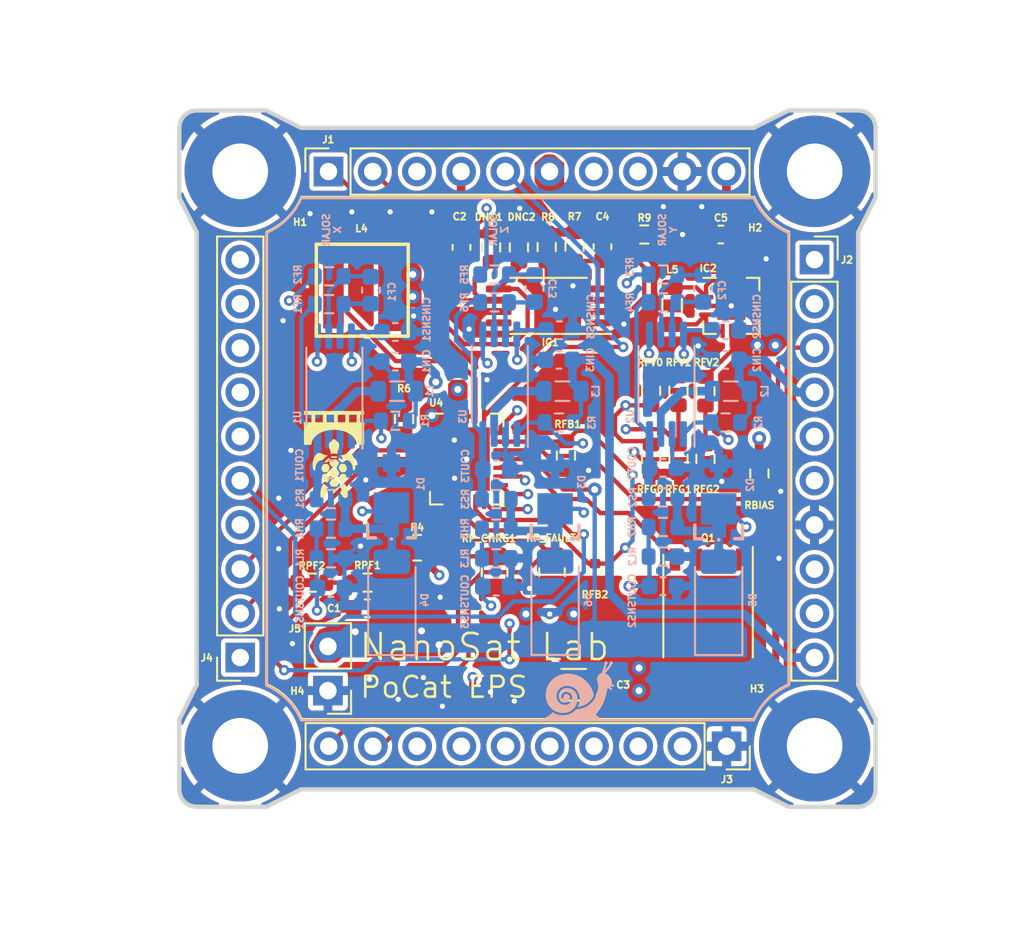
<source format=kicad_pcb>
(kicad_pcb (version 20221018) (generator pcbnew)
  (title_block (title "PQ_EPS") (date "2023-01-26") (rev "1.3") (company "UPC NanoSat Lab"))
  (layers (0 "F.Cu" signal) (1 "In1.Cu" signal) (2 "In2.Cu" signal) (31 "B.Cu" signal) (34 "B.Paste" user) (35 "F.Paste" user) (36 "B.SilkS" user "B.Silkscreen") (37 "F.SilkS" user "F.Silkscreen") (38 "B.Mask" user) (39 "F.Mask" user) (44 "Edge.Cuts" user))
  (net 0 "")
  (net 1 "KILLSWITCH+")
  (net 2 "GND")
  (net 3 "BATT-")
  (net 4 "SOLAR_X")
  (net 5 "SOLAR_Y")
  (net 6 "Net-(IC1-VDD)")
  (net 7 "Net-(U1-ICTRL-MINUS)")
  (net 8 "Net-(U1-ICTRL-PLUS)")
  (net 9 "Net-(U2-ICTRL-MINUS)")
  (net 10 "Net-(U2-ICTRL-PLUS)")
  (net 11 "Net-(U3-ICTRL-MINUS)")
  (net 12 "SOLAR_Z")
  (net 13 "3V3_PERM")
  (net 14 "UART_TX")
  (net 15 "Net-(U3-ICTRL-PLUS)")
  (net 16 "Net-(U1-MPP-SET)")
  (net 17 "Net-(U2-MPP-SET)")
  (net 18 "Net-(U3-MPP-SET)")
  (net 19 "Net-(U1-VOUT)")
  (net 20 "Net-(U2-VOUT)")
  (net 21 "Net-(U3-VOUT)")
  (net 22 "Net-(U1-VCTRL)")
  (net 23 "Net-(U2-VCTRL)")
  (net 24 "Net-(U3-VCTRL)")
  (net 26 "STM32_PA9")
  (net 27 "Net-(IC1-VIN)")
  (net 28 "PFO")
  (net 29 "UART_RX")
  (net 30 "SCL1")
  (net 31 "SDA1")
  (net 32 "BURNCOMMS")
  (net 33 "HEATER_PWR")
  (net 34 "SEL_PH1")
  (net 35 "SEL_PH2")
  (net 36 "BATT_NTC")
  (net 37 "SWO")
  (net 38 "STM32_PA15")
  (net 39 "CHRG")
  (net 40 "FAULT")
  (net 41 "VCC_UMBILICAL")
  (net 42 "SEL_PH0")
  (net 43 "P{slash}L_POWER")
  (net 44 "ADC_PH")
  (net 45 "PH_PL")
  (net 46 "ADCS_POWER")
  (net 47 "STM32_PB0")
  (net 48 "SCL3")
  (net 49 "ADC_PL")
  (net 50 "DAC_PL")
  (net 51 "SWCLK")
  (net 52 "SWDIO")
  (net 53 "NRST")
  (net 55 "SDA3")
  (net 56 "Net-(IC2-LX2_1)")
  (net 57 "/PROG")
  (net 58 "Net-(IC2-LX1_1)")
  (net 59 "Net-(U1-LX)")
  (net 60 "CLPROG")
  (net 61 "CHRGOFF")
  (net 62 "Net-(U2-LX)")
  (net 63 "Net-(U3-LX)")
  (net 64 "Net-(U4-CLN)")
  (net 65 "OVSNS")
  (net 66 "Net-(Q1-G)")
  (net 67 "Net-(U4-BSTFB)")
  (net 68 "Net-(U4-PFI)")
  (net 69 "Net-(L4-Pad1)")
  (net 70 "CHOUT")
  (net 71 "Net-(D1-Pad1)")
  (net 72 "Net-(D2-Pad1)")
  (net 73 "Net-(D3-Pad1)")
  (net 74 "/F2")
  (net 75 "/F1")
  (net 76 "/F0")
  (footprint "connector-nsl:CES-102-02" (layer "F.Cu") (at 90.2478 70.0024 180)
    (fp_text reference "J5")
    (fp_text value "~")
  )
  (footprint "passive-nsl:XAL5030222MEC" (layer "F.Cu") (at 92.2 48.3)
    (fp_text reference "L4")
    (fp_text value "2.2u" hide)
  )
  (footprint "Resistor_SMD:R_0603_1608Metric" (layer "F.Cu") (at 108.7898 54.0766 -90)
    (fp_text reference "RFV0")
    (fp_text value "1k")
  )
  (footprint "Capacitor_SMD:C_0603_1608Metric" (layer "F.Cu") (at 112.8 45.1)
    (fp_text reference "C5")
    (fp_text value "22u")
  )
  (footprint "Capacitor_SMD:C_1206_3216Metric" (layer "F.Cu") (at 104.3448 70.9676 180)
    (fp_text reference "C3")
    (fp_text value "100u")
  )
  (footprint "power-nsl:ISL9120IRTNZ" (layer "F.Cu") (at 113.4 49.2)
    (fp_text reference "IC2")
    (fp_text value "ISL9120IRTNZ")
  )
  (footprint "Resistor_SMD:R_0805_2012Metric" (layer "F.Cu") (at 95.3516 63.0936)
    (fp_text reference "R4")
    (fp_text value "75m")
  )
  (footprint "Resistor_SMD:R_0603_1608Metric" (layer "F.Cu") (at 89.3 65.1)
    (fp_text reference "RPF2")
    (fp_text value "68k")
  )
  (footprint "Resistor_SMD:R_0603_1608Metric" (layer "F.Cu") (at 101.2 45.8375 90)
    (fp_text reference "DNC2")
    (fp_text value "20k")
  )
  (footprint "symbols-nsl:NakNak" (layer "F.Cu") (at 90.606904 58.773521)
    (fp_text reference "Annotation2" hide)
    (fp_text value "Silkscreen_Annotation" hide)
  )
  (footprint "Resistor_SMD:R_0603_1608Metric" (layer "F.Cu") (at 108.7898 57.9882 -90)
    (fp_text reference "RFG0")
    (fp_text value "1k")
  )
  (footprint "Capacitor_SMD:C_0603_1608Metric" (layer "F.Cu") (at 97.9 45.8375 -90)
    (fp_text reference "C2")
    (fp_text value "10u")
  )
  (footprint "Inductor_SMD:L_0805_2012Metric" (layer "F.Cu") (at 110 49.2 90)
    (fp_text reference "L5")
    (fp_text value "1u")
  )
  (footprint "MountingHole:MountingHole_3.2mm_M3_Pad" (layer "F.Cu") (at 85.188 74.473)
    (fp_text reference "H4")
    (fp_text value "MountingHole_Pad")
  )
  (footprint "connector-nsl:SLW-110-01" (layer "F.Cu") (at 90.258 41.473 90)
    (fp_text reference "J1")
    (fp_text value "CES-110-02-L-S")
  )
  (footprint "Resistor_SMD:R_0603_1608Metric" (layer "F.Cu") (at 115.0128 58.8264 90)
    (fp_text reference "RBIAS1" hide)
    (fp_text value "10k")
  )
  (footprint "Resistor_SMD:R_0402_1005Metric" (layer "F.Cu") (at 105.5624 64.516 -90)
    (fp_text reference "RFB2")
    (fp_text value "255k")
  )
  (footprint "Package_SO:TSSOP-8_4.4x3mm_P0.65mm" (layer "F.Cu") (at 102.9 49.2 180)
    (fp_text reference "IC1")
    (fp_text value "DS2782E+")
  )
  (footprint "Package_DFN_QFN:QFN-24-1EP_4x5mm_P0.5mm_EP2.65x3.65mm" (layer "F.Cu") (at 98.2 58)
    (fp_text reference "U4")
    (fp_text value "LTC4040EUFD#PBF" hide)
  )
  (footprint "MountingHole:MountingHole_3.2mm_M3_Pad" (layer "F.Cu") (at 85.188 41.473)
    (fp_text reference "H1")
    (fp_text value "MountingHole_Pad")
  )
  (footprint "Resistor_SMD:R_0603_1608Metric" (layer "F.Cu") (at 104.3956 45.7962 90)
    (fp_text reference "R7")
    (fp_text value "510")
  )
  (footprint "Resistor_SMD:R_0805_2012Metric" (layer "F.Cu") (at 103.1 64.5 90)
    (fp_text reference "RP_FAULT1")
    (fp_text value "5k")
  )
  (footprint "Resistor_SMD:R_0603_1608Metric" (layer "F.Cu") (at 92.5 65.1)
    (fp_text reference "RPF1")
    (fp_text value "147k")
  )
  (footprint "power-nsl:SIR424DP" (layer "F.Cu") (at 112.0648 66.4464 -90)
    (fp_text reference "Q1")
    (fp_text value "SIR424DP")
  )
  (footprint "Capacitor_SMD:C_0603_1608Metric" (layer "F.Cu") (at 92.483 66.5734 180)
    (fp_text reference "C1")
    (fp_text value "2.2u")
  )
  (footprint "Capacitor_SMD:C_0603_1608Metric" (layer "F.Cu") (at 106 45.8 90)
    (fp_text reference "C4")
    (fp_text value "0.1u")
  )
  (footprint "MountingHole:MountingHole_3.2mm_M3_Pad" (layer "F.Cu") (at 118.188 41.473)
    (fp_text reference "H2")
    (fp_text value "MountingHole_Pad")
  )
  (footprint "Resistor_SMD:R_0603_1608Metric" (layer "F.Cu") (at 94.6 55.7 -90)
    (fp_text reference "R6")
    (fp_text value "2k")
  )
  (footprint "Resistor_SMD:R_0805_2012Metric" (layer "F.Cu") (at 99.8 64.5 90)
    (fp_text reference "RP_CHRG1")
    (fp_text value "5k")
  )
  (footprint "connector-nsl:SLW-110-01" (layer "F.Cu") (at 118.188 46.543)
    (fp_text reference "J2")
    (fp_text value "CES-110-02-L-S")
  )
  (footprint "symbols-nsl:Bridgemaker" (layer "F.Cu") (at 90.532131 56.301781)
    (fp_text reference "Annotation1" hide)
    (fp_text value "Silkscreen_Annotation" hide)
  )
  (footprint "Resistor_SMD:R_0603_1608Metric" (layer "F.Cu") (at 108.4 45.1)
    (fp_text reference "R9")
    (fp_text value "15m")
  )
  (footprint "MountingHole:MountingHole_3.2mm_M3_Pad" (layer "F.Cu") (at 118.188 74.473)
    (fp_text reference "H3")
    (fp_text value "MountingHole_Pad")
  )
  (footprint "Resistor_SMD:R_0603_1608Metric" (layer "F.Cu") (at 103.9 57.8 -90)
    (fp_text reference "RFB1")
    (fp_text value "68k")
  )
  (footprint "Resistor_SMD:R_0603_1608Metric" (layer "F.Cu") (at 102.7954 45.8216 90)
    (fp_text reference "R8")
    (fp_text value "1k")
  )
  (footprint "connector-nsl:SLW-110-01" (layer "F.Cu") (at 85.1788 69.403 180)
    (fp_text reference "J4")
    (fp_text value "CES-110-02-L-S")
  )
  (footprint "Resistor_SMD:R_0603_1608Metric" (layer "F.Cu") (at 111.914 57.9882 -90)
    (fp_text reference "RFG2")
    (fp_text value "1k")
  )
  (footprint "Resistor_SMD:R_0603_1608Metric" (layer "F.Cu") (at 110.3646 57.9882 -90)
    (fp_text reference "RFG1")
    (fp_text value "1k")
  )
  (footprint "Resistor_SMD:R_0603_1608Metric" (layer "F.Cu") (at 111.914 54.102 -90)
    (fp_text reference "RFV2")
    (fp_text value "1k")
  )
  (footprint "connector-nsl:SLW-110-01" (layer "F.Cu") (at 113.1332 74.5074 -90)
    (fp_text reference "J3")
    (fp_text value "CES-110-02-L-S")
  )
  (footprint "Resistor_SMD:R_0603_1608Metric" (layer "F.Cu") (at 99.6 45.8375 90)
    (fp_text reference "DNC1")
    (fp_text value "20k")
  )
  (footprint "Resistor_SMD:R_0603_1608Metric" (layer "F.Cu") (at 110.3646 54.0766 -90)
    (fp_text reference "RFV1")
    (fp_text value "1k")
  )
  (footprint "Capacitor_SMD:C_0603_1608Metric" (layer "B.Cu") (at 103.525 50.6 180)
    (fp_text reference "CINSNS3")
    (fp_text value "1n")
  )
  (footprint "Resistor_SMD:R_0603_1608Metric" (layer "B.Cu") (at 90.4 60.3)
    (fp_text reference "RS1")
    (fp_text value "300m")
  )
  (footprint "Resistor_SMD:R_0603_1608Metric" (layer "B.Cu") (at 103.5 55.9)
    (fp_text reference "R3")
    (fp_text value "1k")
  )
  (footprint "Capacitor_SMD:C_0603_1608Metric" (layer "B.Cu") (at 92.7 48.3 -90)
    (fp_text reference "CF1")
    (fp_text value "1u")
  )
  (footprint "Inductor_SMD:L_0805_2012Metric" (layer "B.Cu") (at 94.2 54.1)
    (fp_text reference "L1")
    (fp_text value "10u")
  )
  (footprint "Inductor_SMD:L_0805_2012Metric" (layer "B.Cu") (at 103.7 54.1 180)
    (fp_text reference "L3")
    (fp_text value "10u")
  )
  (footprint "Package_SO:TSSOP-8_4.4x3mm_P0.65mm" (layer "B.Cu") (at 109.675 53.7 90)
    (fp_text reference "U2")
    (fp_text value "SPV1040TTR" hide)
  )
  (footprint "Package_SO:TSSOP-8_4.4x3mm_P0.65mm" (layer "B.Cu") (at 100.1 53.7 90)
    (fp_text reference "U3")
    (fp_text value "SPV1040TTR")
  )
  (footprint "Capacitor_SMD:C_0603_1608Metric" (layer "B.Cu") (at 94.1 52.4)
    (fp_text reference "CIN1")
    (fp_text value "1.5u")
  )
  (footprint "Resistor_SMD:R_0603_1608Metric" (layer "B.Cu") (at 109.475 60.2)
    (fp_text reference "RS2")
    (fp_text value "300m")
  )
  (footprint "Resistor_SMD:R_0603_1608Metric" (layer "B.Cu") (at 109.475 61.9 180)
    (fp_text reference "RH2")
    (fp_text value "910k")
  )
  (footprint "Resistor_SMD:R_0603_1608Metric" (layer "B.Cu") (at 99.9 63.7)
    (fp_text reference "RL3")
    (fp_text value "360k")
  )
  (footprint "Capacitor_SMD:C_0603_1608Metric" (layer "B.Cu") (at 113.075 52.3)
    (fp_text reference "CIN2")
    (fp_text value "1.5u")
  )
  (footprint "Capacitor_SMD:C_0603_1608Metric" (layer "B.Cu") (at 109.475 58.5 180)
    (fp_text reference "COUT2")
    (fp_text value "10u")
  )
  (footprint "Resistor_SMD:R_0603_1608Metric" (layer "B.Cu") (at 94.1 55.8)
    (fp_text reference "R1")
    (fp_text value "1k")
  )
  (footprint "Capacitor_SMD:C_0603_1608Metric" (layer "B.Cu") (at 99.9 58.6 180)
    (fp_text reference "COUT3")
    (fp_text value "10u")
  )
  (footprint "Resistor_SMD:R_0603_1608Metric" (layer "B.Cu") (at 90.3 47.5 180)
    (fp_text reference "RF2")
    (fp_text value "1k")
  )
  (footprint "Capacitor_SMD:C_0603_1608Metric" (layer "B.Cu") (at 103.5 52.3)
    (fp_text reference "CIN3")
    (fp_text value "1.5u")
  )
  (footprint "Capacitor_SMD:C_0603_1608Metric" (layer "B.Cu") (at 109.475 65.3 180)
    (fp_text reference "COUTSNS2")
    (fp_text value "1n")
  )
  (footprint "passive-nsl:RBS1LAM40ATR_Schottky" (layer "B.Cu") (at 93.9 66.1 90)
    (fp_text reference "D4")
    (fp_text value "shottky")
  )
  (footprint "Resistor_SMD:R_0603_1608Metric" (layer "B.Cu") (at 113.075 55.9)
    (fp_text reference "R2")
    (fp_text value "1k")
  )
  (footprint "passive-nsl:RBS1LAM40ATR_Schottky" (layer "B.Cu") (at 112.675 66.1 90)
    (fp_text reference "D5")
    (fp_text value "shottky")
  )
  (footprint "Capacitor_SMD:C_0603_1608Metric" (layer "B.Cu") (at 90.4 65.4 180)
    (fp_text reference "COUTSNS1")
    (fp_text value "1n")
  )
  (footprint "Capacitor_SMD:C_0603_1608Metric" (layer "B.Cu") (at 90.4 58.6 180)
    (fp_text reference "COUT1")
    (fp_text value "10u")
  )
  (footprint "Resistor_SMD:R_0603_1608Metric" (layer "B.Cu") (at 109.475 63.6)
    (fp_text reference "RL2")
    (fp_text value "360k")
  )
  (footprint "Resistor_SMD:R_0603_1608Metric" (layer "B.Cu") (at 90.3 49.1 180)
    (fp_text reference "RF1")
    (fp_text value "1k")
  )
  (footprint "Resistor_SMD:R_0603_1608Metric" (layer "B.Cu") (at 99.9 60.3)
    (fp_text reference "RS3")
    (fp_text value "300m")
  )
  (footprint "Inductor_SMD:L_0805_2012Metric" (layer "B.Cu") (at 113.375 54.1 180)
    (fp_text reference "L2")
    (fp_text value "10u" hide)
  )
  (footprint "Resistor_SMD:R_0603_1608Metric" (layer "B.Cu") (at 109.475 47.4 180)
    (fp_text reference "RF3")
    (fp_text value "1k")
  )
  (footprint "Capacitor_SMD:C_0603_1608Metric" (layer "B.Cu") (at 111.775 48.2 -90)
    (fp_text reference "CF2")
    (fp_text value "1u")
  )
  (footprint "passive-nsl:RBS1LAM40ATR_Schottky" (layer "B.Cu") (at 103.2764 66.0908 90)
    (fp_text reference "D6")
    (fp_text value "shottky")
  )
  (footprint "Capacitor_SMD:C_0603_1608Metric" (layer "B.Cu") (at 113.075 50.6 180)
    (fp_text reference "CINSNS2")
    (fp_text value "1n")
  )
  (footprint "Resistor_SMD:R_0603_1608Metric" (layer "B.Cu") (at 99.8 49 180)
    (fp_text reference "RF6")
    (fp_text value "1k")
  )
  (footprint "Resistor_SMD:R_0603_1608Metric" (layer "B.Cu") (at 109.475 49 180)
    (fp_text reference "RF4")
    (fp_text value "1k")
  )
  (footprint "passive-nsl:SMM4F15ATR" (layer "B.Cu") (at 93.8784 60.505 -90)
    (fp_text reference "D1")
    (fp_text value "SMM4F" hide)
  )
  (footprint "Capacitor_SMD:C_0603_1608Metric" (layer "B.Cu") (at 99.9 65.328 180)
    (fp_text reference "COUTSNS3")
    (fp_text value "1n")
  )
  (footprint "Capacitor_SMD:C_0603_1608Metric" (layer "B.Cu") (at 102.1 48.2 -90)
    (fp_text reference "CF3")
    (fp_text value "1u")
  )
  (footprint "passive-nsl:SMM4F15ATR" (layer "B.Cu") (at 103.2764 60.5558 -90)
    (fp_text reference "D3")
    (fp_text value "SMM4F" hide)
  )
  (footprint "symbols-nsl:Snail" (layer "B.Cu") (at 103.967747 71.710032 180)
    (fp_text reference "Annotation3" hide)
    (fp_text value "Silkscreen_Annotation" hide)
  )
  (footprint "Package_SO:TSSOP-8_4.4x3mm_P0.65mm" (layer "B.Cu") (at 90.6 53.8 90)
    (fp_text reference "U1")
    (fp_text value "SPV1040TTR")
  )
  (footprint "Resistor_SMD:R_0603_1608Metric" (layer "B.Cu") (at 99.9 62 180)
    (fp_text reference "RH3")
    (fp_text value "910k")
  )
  (footprint "Resistor_SMD:R_0603_1608Metric" (layer "B.Cu") (at 99.8 47.4 180)
    (fp_text reference "RF5")
    (fp_text value "1k")
  )
  (footprint "Resistor_SMD:R_0603_1608Metric" (layer "B.Cu") (at 90.4 63.7)
    (fp_text reference "RL1")
    (fp_text value "360k")
  )
  (footprint "Resistor_SMD:R_0603_1608Metric" (layer "B.Cu") (at 90.4 62 180)
    (fp_text reference "RH1")
    (fp_text value "910k")
  )
  (footprint "Capacitor_SMD:C_0603_1608Metric" (layer "B.Cu") (at 94.1 50.7 180)
    (fp_text reference "CINSNS1")
    (fp_text value "1n")
  )
  (footprint "passive-nsl:SMM4F15ATR" (layer "B.Cu") (at 112.6744 60.5558 -90)
    (fp_text reference "D2")
    (fp_text value "SMM4F" hide)
  )
  (gr_arc (start 86.6892 71.003419) (mid 87.881782 71.810836) (end 88.689199 73.003418) (stroke (width 0.15)) (layer "B.SilkS"))
  (gr_line (start 86.6892 45.003418) (end 86.6892 71.003418) (stroke (width 0.15)) (layer "B.SilkS"))
  (gr_line (start 116.6892 71.003418) (end 116.6892 45.003418) (stroke (width 0.15)) (layer "B.SilkS"))
  (gr_line (start 88.6892 73.003418) (end 114.6892 73.003418) (stroke (width 0.15)) (layer "B.SilkS"))
  (gr_line (start 88.6892 43.003418) (end 114.6892 43.003418) (stroke (width 0.15)) (layer "B.SilkS"))
  (gr_arc (start 88.689199 43.003418) (mid 87.881782 44.196) (end 86.6892 45.003417) (stroke (width 0.15)) (layer "B.SilkS"))
  (gr_arc (start 114.689201 73.003418) (mid 115.496618 71.810836) (end 116.6892 71.003419) (stroke (width 0.15)) (layer "B.SilkS"))
  (gr_arc (start 116.6892 45.003417) (mid 115.496618 44.196) (end 114.689201 43.003418) (stroke (width 0.15)) (layer "B.SilkS"))
  (gr_arc (start 116.713382 44.952617) (mid 115.5208 44.1452) (end 114.713383 42.952618) (stroke (width 0.15)) (layer "F.SilkS"))
  (gr_arc (start 114.713383 72.952618) (mid 115.5208 71.760036) (end 116.713382 70.952619) (stroke (width 0.15)) (layer "F.SilkS"))
  (gr_arc (start 88.713381 42.952618) (mid 87.905964 44.1452) (end 86.713382 44.952617) (stroke (width 0.15)) (layer "F.SilkS"))
  (gr_line (start 116.713382 70.952618) (end 116.713382 44.952618) (stroke (width 0.15)) (layer "F.SilkS"))
  (gr_arc (start 86.713382 70.952619) (mid 87.905964 71.760036) (end 88.713381 72.952618) (stroke (width 0.15)) (layer "F.SilkS"))
  (gr_line (start 86.713382 44.952618) (end 86.713382 70.952618) (stroke (width 0.15)) (layer "F.SilkS"))
  (gr_line (start 88.713382 72.952618) (end 114.713382 72.952618) (stroke (width 0.15)) (layer "F.SilkS"))
  (gr_line (start 88.713382 42.952618) (end 114.713382 42.952618) (stroke (width 0.15)) (layer "F.SilkS"))
  (gr_line (start 81.688 76.973) (end 81.688 72.973) (stroke (width 0.25)) (layer "Edge.Cuts"))
  (gr_line locked (start 81.688 72.973) (end 82.688 70.973) (stroke (width 0.25)) (layer "Edge.Cuts"))
  (gr_line locked (start 86.688 37.973) (end 88.688 38.973) (stroke (width 0.25)) (layer "Edge.Cuts"))
  (gr_line locked (start 121.688 72.973) (end 121.688 76.973) (stroke (width 0.25)) (layer "Edge.Cuts"))
  (gr_line locked (start 121.688 42.973) (end 120.688 44.973) (stroke (width 0.25)) (layer "Edge.Cuts"))
  (gr_line locked (start 120.688 70.973) (end 121.688 72.973) (stroke (width 0.25)) (layer "Edge.Cuts"))
  (gr_line locked (start 88.688 76.973) (end 86.688 77.973) (stroke (width 0.25)) (layer "Edge.Cuts"))
  (gr_line locked (start 114.688 38.973) (end 116.687 37.973) (stroke (width 0.25)) (layer "Edge.Cuts"))
  (gr_line locked (start 120.688 44.973) (end 120.688 70.973) (stroke (width 0.25)) (layer "Edge.Cuts"))
  (gr_line (start 121.688 42.973) (end 121.688 38.973) (stroke (width 0.25)) (layer "Edge.Cuts"))
  (gr_line locked (start 81.688 42.973) (end 81.688 38.973) (stroke (width 0.25)) (layer "Edge.Cuts"))
  (gr_line (start 86.688 77.973) (end 82.688 77.973) (stroke (width 0.25)) (layer "Edge.Cuts"))
  (gr_line locked (start 114.688 76.973) (end 116.688 77.973) (stroke (width 0.25)) (layer "Edge.Cuts"))
  (gr_arc locked (start 120.688 37.973) (mid 121.395107 38.265893) (end 121.688 38.973) (stroke (width 0.25)) (layer "Edge.Cuts"))
  (gr_line locked (start 101.687 38.973) (end 114.688 38.973) (stroke (width 0.25)) (layer "Edge.Cuts"))
  (gr_line locked (start 82.688 37.973) (end 86.688 37.973) (stroke (width 0.25)) (layer "Edge.Cuts"))
  (gr_line locked (start 82.688 44.973) (end 81.688 42.973) (stroke (width 0.25)) (layer "Edge.Cuts"))
  (gr_line locked (start 116.688 77.973) (end 120.688 77.973) (stroke (width 0.25)) (layer "Edge.Cuts"))
  (gr_line locked (start 82.688 70.973) (end 82.688 44.973) (stroke (width 0.25)) (layer "Edge.Cuts"))
  (gr_arc locked (start 121.688 76.973) (mid 121.395107 77.680107) (end 120.688 77.973) (stroke (width 0.25)) (layer "Edge.Cuts"))
  (gr_line (start 116.687 37.973) (end 120.688 37.973) (stroke (width 0.25)) (layer "Edge.Cuts"))
  (gr_line locked (start 114.688 76.973) (end 88.688 76.973) (stroke (width 0.25)) (layer "Edge.Cuts"))
  (gr_arc locked (start 81.688 38.973) (mid 81.980893 38.265893) (end 82.688 37.973) (stroke (width 0.25)) (layer "Edge.Cuts"))
  (gr_arc locked (start 82.688 77.973) (mid 81.980893 77.680107) (end 81.688 76.973) (stroke (width 0.25)) (layer "Edge.Cuts"))
  (gr_line locked (start 88.688 38.973) (end 101.687 38.973) (stroke (width 0.25)) (layer "Edge.Cuts"))
  (gr_text "SOLAR\nY" (at 109.755 44.831 90) (layer "B.SilkS") (effects (font (size 0.4 0.4) (thickness 0.1)) (justify mirror)))
  (gr_text "SOLAR\nX" (at 90.451 44.831 90) (layer "B.SilkS") (effects (font (size 0.4 0.4) (thickness 0.1)) (justify mirror)))
  (gr_text "SOLAR\nZ" (at 100.0522 44.831 90) (layer "B.SilkS") (effects (font (size 0.4 0.4) (thickness 0.1)) (justify mirror)))
  (gr_text "PoCat EPS" (at 91.988 71.103) (layer "F.SilkS") (effects (font (size 1.2 1.2)) (justify left)))
  (gr_text "RBIAS" (at 115.0128 60.6552) (layer "F.SilkS") (effects (font (size 0.4 0.4) (thickness 0.1))))
  (gr_text "NanoSat Lab" (at 91.938 68.803) (layer "F.SilkS") (effects (font (size 1.5 1.5)) (justify left)))
  (segment (start 97.878 45.0405) (end 97.878 41.448) (width 0.5) (layer "F.Cu") (net 1))
  (segment (start 102.8 44.975) (end 104.4 44.975) (width 0.5) (layer "F.Cu") (net 1))
  (segment (start 101.2 45.0125) (end 102.7625 45.0125) (width 0.5) (layer "F.Cu") (net 1))
  (segment (start 102.7625 45.0125) (end 102.8 44.975) (width 0.5) (layer "F.Cu") (net 1))
  (segment (start 99.6 45.0125) (end 101.2 45.0125) (width 0.5) (layer "F.Cu") (net 1))
  (segment (start 99.55 45.0625) (end 99.6 45.0125) (width 0.5) (layer "F.Cu") (net 1))
  (segment (start 97.9 45.0625) (end 99.55 45.0625) (width 0.5) (layer "F.Cu") (net 1))
  (segment (start 97.9 45.0625) (end 97.878 45.0405) (width 0.5) (layer "F.Cu") (net 1))
  (via (at 95.0976 48.6664) (size 0.8) (drill 0.4) (layers "F.Cu" "B.Cu") (net 1))
  (via (at 95.0976 47.3964) (size 0.8) (drill 0.4) (layers "F.Cu" "B.Cu") (net 1))
  (via (at 97.6884 54.0004) (size 0.8) (drill 0.4) (layers "F.Cu" "B.Cu") (net 1))
  (segment (start 96.2 44.7904) (end 96.2 43.8) (width 0.25) (layer "F.Cu") (net 2))
  (segment (start 97.9 46.6125) (end 97.9 46.4904) (width 0.25) (layer "F.Cu") (net 2))
  (segment (start 98.2 58) (end 97.7 58.5) (width 0.25) (layer "F.Cu") (net 2))
  (segment (start 91.442 66.8) (end 91.725 66.8) (width 0.25) (layer "F.Cu") (net 2))
  (segment (start 111.95 49.2) (end 111.1 49.2) (width 0.25) (layer "F.Cu") (net 2))
  (segment (start 105.175 58.625) (end 103.9 58.625) (width 0.25) (layer "F.Cu") (net 2))
  (segment (start 111.95 49.2) (end 113.4 49.2) (width 0.25) (layer "F.Cu") (net 2))
  (segment (start 98.33872 50.53592) (end 99.349639 49.525) (width 0.25) (layer "F.Cu") (net 2))
  (segment (start 97.7 58.5) (end 96.25 58.5) (width 0.25) (layer "F.Cu") (net 2))
  (segment (start 99.349639 49.525) (end 100.0375 49.525) (width 0.25) (layer "F.Cu") (net 2))
  (segment (start 105.2 58.65) (end 105.175 58.625) (width 0.25) (layer "F.Cu") (net 2))
  (segment (start 97.9 46.4904) (end 96.2 44.7904) (width 0.25) (layer "F.Cu") (net 2))
  (segment (start 114.85 49.7) (end 114.85 49.2) (width 0.25) (layer "F.Cu") (net 2))
  (segment (start 114.85 49.2) (end 113.4 49.2) (width 0.25) (layer "F.Cu") (net 2))
  (via (at 91.6 43.8) (size 0.6) (drill 0.3) (layers "F.Cu" "B.Cu") (net 2))
  (via (at 102.9716 66.9036) (size 0.6) (drill 0.3) (layers "F.Cu" "B.Cu") (net 2))
  (via (at 96.6724 65.9384) (size 0.6) (drill 0.3) (layers "F.Cu" "B.Cu") (net 2))
  (via (at 88.1 57.5) (size 0.6) (drill 0.3) (layers "F.Cu" "B.Cu") (net 2))
  (via (at 98.2 58) (size 0.6) (drill 0.3) (layers "F.Cu" "B.Cu") (net 2))
  (via (at 95.713 70.553) (size 0.6) (drill 0.3) (layers "F.Cu" "B.Cu") (net 2))
  (via (at 101.8032 65.4304) (size 0.6) (drill 0.3) (layers "F.Cu" "B.Cu") (net 2))
  (via (at 95.1484 49.784) (size 0.6) (drill 0.3) (layers "F.Cu" "B.Cu") (net 2))
  (via (at 116.138 63.703) (size 0.6) (drill 0.3) (layers "F.Cu" "B.Cu") (net 2))
  (via (at 115.4 46.5) (size 0.6) (drill 0.3) (layers "F.Cu" "B.Cu") (net 2))
  (via (at 112.8538 59.2836) (size 0.6) (drill 0.3) (layers "F.Cu" "B.Cu") (net 2))
  (via (at 88.188 68.603) (size 0.6) (drill 0.3) (layers "F.Cu" "B.Cu") (net 2))
  (via (at 103.3 49.4) (size 0.6) (drill 0.3) (layers "F.Cu" "B.Cu") (net 2))
  (via (at 93.8 43.8) (size 0.6) (drill 0.3) (layers "F.Cu" "B.Cu") (net 2))
  (via (at 101.2444 43.6) (size 0.6) (drill 0.3) (layers "F.Cu" "B.Cu") (net 2))
  (via (at 98.33872 50.53592) (size 0.6) (drill 0.3) (layers "F.Cu" "B.Cu") (net 2))
  (via (at 92.613 70.653) (size 0.6) (drill 0.3) (layers "F.Cu" "B.Cu") (net 2))
  (via (at 105.2 58.65) (size 0.6) (drill 0.3) (layers "F.Cu" "B.Cu") (net 2))
  (via (at 116.238 59.853) (size 0.6) (drill 0.3) (layers "F.Cu" "B.Cu") (net 2))
  (via (at 111.5 51.5) (size 0.6) (drill 0.3) (layers "F.Cu" "B.Cu") (net 2))
  (via (at 113.4 49.2) (size 0.6) (drill 0.3) (layers "F.Cu" "B.Cu") (net 2))
  (via (at 110.6 45.1) (size 0.6) (drill 0.3) (layers "F.Cu" "B.Cu") (net 2))
  (via (at 104.3 48.05) (size 0.6) (drill 0.3) (layers "F.Cu" "B.Cu") (net 2))
  (via (at 99.563 71.378) (size 0.6) (drill 0.3) (layers "F.Cu" "B.Cu") (net 2))
  (via (at 92.4 59.2) (size 0.6) (drill 0.3) (layers "F.Cu" "B.Cu") (net 2))
  (via (at 97.487701 56.912299) (size 0.6) (drill 0.3) (layers "F.Cu" "B.Cu") (net 2))
  (via (at 99.3648 53.4416) (size 0.6) (drill 0.3) (layers "F.Cu" "B.Cu") (net 2))
  (via (at 87.4 60.25) (size 0.6) (drill 0.3) (layers "F.Cu" "B.Cu") (net 2))
  (via (at 107.225989 50.2495) (size 0.6) (drill 0.3) (layers "F.Cu" "B.Cu") (net 2))
  (via (at 100.938 71.903) (size 0.6) (drill 0.3) (layers "F.Cu" "B.Cu") (net 2))
  (via (at 92.1 63) (size 0.6) (drill 0.3) (layers "F.Cu" "B.Cu") (net 2))
  (via (at 87.65 50.05) (size 0.6) (drill 0.3) (layers "F.Cu" "B.Cu") (net 2))
  (via (at 96.2 43.8) (size 0.6) (drill 0.3) (layers "F.Cu" "B.Cu") (net 2))
  (via (at 87.4 63.15) (size 0.6) (drill 0.3) (layers "F.Cu" "B.Cu") (net 2))
  (via (at 96.8 72.2) (size 0.6) (drill 0.3) (layers "F.Cu" "B.Cu") (net 2))
  (via (at 87.438 66.603) (size 0.6) (drill 0.3) (layers "F.Cu" "B.Cu") (net 2))
  (via (at 97.5 59.1) (size 0.6) (drill 0.3) (layers "F.Cu" "B.Cu") (net 2))
  (via (at 109.5 43.5) (size 0.6) (drill 0.3) (layers "F.Cu" "B.Cu") (net 2))
  (via (at 111.7 43.5) (size 0.6) (drill 0.3) (layers "F.Cu" "B.Cu") (net 2))
  (via (at 89.2 43.9) (size 0.6) (drill 0.3) (layers "F.Cu" "B.Cu") (net 2))
  (via (at 94.263 71.803) (size 0.6) (drill 0.3) (layers "F.Cu" "B.Cu") (net 2))
  (segment (start 92.1 63) (end 91.925 63) (width 0.25) (layer "B.Cu") (net 2))
  (segment (start 93.325 52.525) (end 94.1 53.3) (width 0.25) (layer "B.Cu") (net 2))
  (segment (start 110 58.25) (end 110 56.5625) (width 0.25) (layer "B.Cu") (net 2))
  (segment (start 91.175 65.4) (end 91.175 63.75) (width 0.25) (layer "B.Cu") (net 2))
  (segment (start 100.425 56.5625) (end 100.425 58.35) (width 0.25) (layer "B.Cu") (net 2))
  (segment (start 100.675 58.6) (end 102.993 58.6) (width 0.25) (layer "B.Cu") (net 2))
  (segment (start 91.925 63) (end 91.225 63.7) (width 0.25) (layer "B.Cu") (net 2))
  (segment (start 91.175 63.75) (end 91.225 63.7) (width 0.25) (layer "B.Cu") (net 2))
  (segment (start 102.725 52.3) (end 102.725 52.175) (width 0.25) (layer "B.Cu") (net 2))
  (segment (start 93.325 52.4) (end 93.325 52.525) (width 0.25) (layer "B.Cu") (net 2))
  (segment (start 110.25 58.5) (end 110 58.25) (width 0.25) (layer "B.Cu") (net 2))
  (segment (start 111.5 51.5) (end 112.3 52.3) (width 0.25) (layer "B.Cu") (net 2))
  (segment (start 100.425 58.35) (end 100.675 58.6) (width 0.25) (layer "B.Cu") (net 2))
  (segment (start 90.925 58.35) (end 91.175 58.6) (width 0.25) (layer "B.Cu") (net 2))
  (segment (start 102.725 52.175) (end 104.3 50.6) (width 0.25) (layer "B.Cu") (net 2))
  (segment (start 90.925 56.6625) (end 90.925 58.35) (width 0.25) (layer "B.Cu") (net 2))
  (segment (start 108.4 47) (end 108.4 48.7) (width 0.25) (layer "F.Cu") (net 3))
  (segment (start 107.575 46.175) (end 108.4 47) (width 0.25) (layer "F.Cu") (net 3))
  (segment (start 107.575 49.525) (end 105.7625 49.525) (width 0.25) (layer "F.Cu") (net 3))
  (segment (start 107.575 45.1) (end 107.575 46.175) (width 0.25) (layer "F.Cu") (net 3))
  (segment (start 108.4 48.7) (end 107.575 49.525) (width 0.25) (layer "F.Cu") (net 3))
  (via (at 96.42035 53.578) (size 0.8) (drill 0.4) (layers "F.Cu" "B.Cu") (net 4))
  (segment (start 95.2625 54.1) (end 95.2625 55.4625) (width 0.25) (layer "B.Cu") (net 4))
  (segment (start 96.42035 53.12935) (end 95.691 52.4) (width 0.5) (layer "B.Cu") (net 4))
  (segment (start 96.42035 53.578) (end 96.42035 53.12935) (width 0.5) (layer "B.Cu") (net 4))
  (segment (start 94.875 52.4) (end 94.875 53.7125) (width 0.5) (layer "B.Cu") (net 4))
  (segment (start 95.2625 55.4625) (end 94.925 55.8) (width 0.25) (layer "B.Cu") (net 4))
  (segment (start 94.875 53.7125) (end 95.2625 54.1) (width 0.5) (layer "B.Cu") (net 4))
  (segment (start 95.691 52.4) (end 94.875 52.4) (width 0.5) (layer "B.Cu") (net 4))
  (segment (start 113.85 53.5125) (end 114.4375 54.1) (width 0.5) (layer "B.Cu") (net 5))
  (segment (start 113.85 52.3) (end 113.85 53.5125) (width 0.5) (layer "B.Cu") (net 5))
  (segment (start 115.3 52.3) (end 113.85 52.3) (width 0.5) (layer "B.Cu") (net 5))
  (segment (start 117.163 54.163) (end 115.3 52.3) (width 0.5) (layer "B.Cu") (net 5))
  (segment (start 118.213 54.163) (end 117.163 54.163) (width 0.5) (layer "B.Cu") (net 5))
  (segment (start 114.4375 55.3625) (end 113.9 55.9) (width 0.25) (layer "B.Cu") (net 5))
  (segment (start 114.4375 54.1) (end 114.4375 55.3625) (width 0.25) (layer "B.Cu") (net 5))
  (segment (start 105.7625 46.8125) (end 106 46.575) (width 0.25) (layer "F.Cu") (net 6))
  (segment (start 105.95 46.625) (end 106 46.575) (width 0.25) (layer "F.Cu") (net 6))
  (segment (start 104.4 46.625) (end 105.95 46.625) (width 0.25) (layer "F.Cu") (net 6))
  (segment (start 105.7625 48.225) (end 105.7625 46.8125) (width 0.25) (layer "F.Cu") (net 6))
  (segment (start 92.675 47.5) (end 92.7 47.525) (width 0.25) (layer "B.Cu") (net 7))
  (segment (start 90.275 48.35) (end 90.275 50.9375) (width 0.25) (layer "B.Cu") (net 7))
  (segment (start 91.125 47.5) (end 92.675 47.5) (width 0.25) (layer "B.Cu") (net 7))
  (segment (start 91.125 47.5) (end 90.275 48.35) (width 0.25) (layer "B.Cu") (net 7))
  (segment (start 90.925 49.3) (end 90.925 50.9375) (width 0.25) (layer "B.Cu") (net 8))
  (segment (start 91.125 49.1) (end 90.925 49.3) (width 0.25) (layer "B.Cu") (net 8))
  (segment (start 91.15 49.075) (end 91.125 49.1) (width 0.25) (layer "B.Cu") (net 8))
  (segment (start 92.7 49.075) (end 91.15 49.075) (width 0.25) (layer "B.Cu") (net 8))
  (segment (start 110.3 47.4) (end 109.37452 48.32548) (width 0.25) (layer "B.Cu") (net 9))
  (segment (start 109.37452 48.32548) (end 109.37452 50.81298) (width 0.25) (layer "B.Cu") (net 9))
  (segment (start 110.325 47.425) (end 110.3 47.4) (width 0.25) (layer "B.Cu") (net 9))
  (segment (start 109.37452 50.81298) (end 109.35 50.8375) (width 0.25) (layer "B.Cu") (net 9))
  (segment (start 111.775 47.425) (end 110.325 47.425) (width 0.25) (layer "B.Cu") (net 9))
  (segment (start 110.3 49) (end 110 49.3) (width 0.25) (layer "B.Cu") (net 10))
  (segment (start 111.775 48.975) (end 110.325 48.975) (width 0.25) (layer "B.Cu") (net 10))
  (segment (start 110 49.3) (end 110 50.8375) (width 0.25) (layer "B.Cu") (net 10))
  (segment (start 110.325 48.975) (end 110.3 49) (width 0.25) (layer "B.Cu") (net 10))
  (segment (start 102.075 47.4) (end 102.1 47.425) (width 0.25) (layer "B.Cu") (net 11))
  (segment (start 99.775 48.25) (end 100.625 47.4) (width 0.25) (layer "B.Cu") (net 11))
  (segment (start 100.625 47.4) (end 102.075 47.4) (width 0.25) (layer "B.Cu") (net 11))
  (segment (start 99.775 50.8375) (end 99.775 48.25) (width 0.25) (layer "B.Cu") (net 11))
  (segment (start 104.7625 54.1) (end 104.7625 55.4625) (width 0.25) (layer "B.Cu") (net 12))
  (segment (start 104.275 53.6125) (end 104.7625 54.1) (width 0.5) (layer "B.Cu") (net 12))
  (segment (start 104.7625 55.4625) (end 104.325 55.9) (width 0.25) (layer "B.Cu") (net 12))
  (segment (start 104.275 52.3) (end 104.275 53.6125) (width 0.5) (layer "B.Cu") (net 12))
  (segment (start 116.6486 69.403) (end 118.1788 69.403) (width 0.5) (layer "B.Cu") (net 12))
  (segment (start 106.4 53.3) (end 106.4 65.7) (width 0.5) (layer "B.Cu") (net 12))
  (segment (start 105.4 52.3) (end 106.4 53.3) (width 0.5) (layer "B.Cu") (net 12))
  (segment (start 114.1492 66.9036) (end 116.6486 69.403) (width 0.5) (layer "B.Cu") (net 12))
  (segment (start 106.4 65.7) (end 107.6036 66.9036) (width 0.5) (layer "B.Cu") (net 12))
  (segment (start 107.6036 66.9036) (end 114.1492 66.9036) (width 0.5) (layer "B.Cu") (net 12))
  (segment (start 104.275 52.3) (end 105.4 52.3) (width 0.5) (layer "B.Cu") (net 12))
  (segment (start 113.65 47.75) (end 113.65 45.175) (width 0.5) (layer "F.Cu") (net 13))
  (segment (start 113.575 45.1) (end 113.118 44.643) (width 0.5) (layer "F.Cu") (net 13))
  (segment (start 115 57.9886) (end 115.0128 58.0014) (width 0.5) (layer "F.Cu") (net 13))
  (segment (start 113.4 47.75) (end 113.65 47.75) (width 0.25) (layer "F.Cu") (net 13))
  (segment (start 113.65 45.175) (end 113.575 45.1) (width 0.5) (layer "F.Cu") (net 13))
  (segment (start 115 56.8) (end 115 57.9886) (width 0.5) (layer "F.Cu") (net 13))
  (segment (start 113.118 44.643) (end 113.118 41.448) (width 0.5) (layer "F.Cu") (net 13))
  (segment (start 113.65 47.75) (end 113.9 47.75) (width 0.5) (layer "F.Cu") (net 13))
  (via (at 115 56.8) (size 0.8) (drill 0.4) (layers "F.Cu" "B.Cu") (net 13))
  (segment (start 100.425 50.8375) (end 100.425 49.2) (width 0.25) (layer "B.Cu") (net 15))
  (segment (start 100.425 49.2) (end 100.625 49) (width 0.25) (layer "B.Cu") (net 15))
  (segment (start 100.625 49) (end 102.075 49) (width 0.25) (layer "B.Cu") (net 15))
  (segment (start 102.075 49) (end 102.1 48.975) (width 0.25) (layer "B.Cu") (net 15))
  (via (at 93.3 56.800011) (size 0.6) (drill 0.3) (layers "F.Cu" "B.Cu") (net 16))
  (via (at 91.6 52.4) (size 0.6) (drill 0.3) (layers "F.Cu" "B.Cu") (net 16))
  (segment (start 93.275 56.775011) (end 93.3 56.800011) (width 0.25) (layer "B.Cu") (net 16))
  (segment (start 93.275 55.8) (end 92.4375 55.8) (width 0.25) (layer "B.Cu") (net 16))
  (segment (start 93.275 55.8) (end 93.275 56.775011) (width 0.25) (layer "B.Cu") (net 16))
  (segment (start 91.8125 50.7) (end 91.575 50.9375) (width 0.25) (layer "B.Cu") (net 16))
  (segment (start 92.4375 55.8) (end 91.575 56.6625) (width 0.25) (layer "B.Cu") (net 16))
  (segment (start 93.325 50.7) (end 91.8125 50.7) (width 0.25) (layer "B.Cu") (net 16))
  (segment (start 91.575 52.375) (end 91.6 52.4) (width 0.25) (layer "B.Cu") (net 16))
  (segment (start 91.575 50.9375) (end 91.575 52.375) (width 0.25) (layer "B.Cu") (net 16))
  (via (at 110.675 51.9684) (size 0.6) (drill 0.3) (layers "F.Cu" "B.Cu") (net 17))
  (via (at 113.2348 56.896) (size 0.6) (drill 0.3) (layers "F.Cu" "B.Cu") (net 17))
  (segment (start 110.675 51.9684) (end 110.675 50.8625) (width 0.25) (layer "B.Cu") (net 17))
  (segment (start 113.2348 56.896) (end 112.25 55.9112) (width 0.25) (layer "B.Cu") (net 17))
  (segment (start 110.8875 50.6) (end 110.65 50.8375) (width 0.25) (layer "B.Cu") (net 17))
  (segment (start 112.3 50.6) (end 110.8875 50.6) (width 0.25) (layer "B.Cu") (net 17))
  (segment (start 110.675 50.8625) (end 110.65 50.8375) (width 0.25) (layer "B.Cu") (net 17))
  (segment (start 112.25 55.9) (end 111.3125 55.9) (width 0.25) (layer "B.Cu") (net 17))
  (segment (start 111.3125 55.9) (end 110.65 56.5625) (width 0.25) (layer "B.Cu") (net 17))
  (segment (start 112.25 55.9112) (end 112.25 55.9) (width 0.25) (layer "B.Cu") (net 17))
  (via (at 101.1 52.3) (size 0.6) (drill 0.3) (layers "F.Cu" "B.Cu") (net 18))
  (via (at 104.8745 57.1) (size 0.6) (drill 0.3) (layers "F.Cu" "B.Cu") (net 18))
  (segment (start 102.75 50.6) (end 101.3125 50.6) (width 0.25) (layer "B.Cu") (net 18))
  (segment (start 101.075 52.275) (end 101.075 50.8375) (width 0.25) (layer "B.Cu") (net 18))
  (segment (start 101.7375 55.9) (end 101.075 56.5625) (width 0.25) (layer "B.Cu") (net 18))
  (segment (start 103.875 57.1) (end 102.675 55.9) (width 0.25) (layer "B.Cu") (net 18))
  (segment (start 102.675 55.9) (end 101.7375 55.9) (width 0.25) (layer "B.Cu") (net 18))
  (segment (start 101.3125 50.6) (end 101.075 50.8375) (width 0.25) (layer "B.Cu") (net 18))
  (segment (start 101.1 52.3) (end 101.075 52.275) (width 0.25) (layer "B.Cu") (net 18))
  (segment (start 104.8745 57.1) (end 103.875 57.1) (width 0.25) (layer "B.Cu") (net 18))
  (segment (start 89.625 58.6) (end 89.625 56.6625) (width 0.45) (layer "B.Cu") (net 19))
  (segment (start 88.7 49.875) (end 88.7 55.7375) (width 0.25) (layer "B.Cu") (net 19))
  (segment (start 89.625 58.6) (end 89.625 60.25) (width 0.5) (layer "B.Cu") (net 19))
  (segment (start 88.7 55.7375) (end 89.625 56.6625) (width 0.25) (layer "B.Cu") (net 19))
  (segment (start 89.475 49.1) (end 88.7 49.875) (width 0.25) (layer "B.Cu") (net 19))
  (segment (start 107.950489 49.324511) (end 107.950489 55.812989) (width 0.25) (layer "B.Cu") (net 20))
  (segment (start 108.65 49) (end 108.275 49) (width 0.25) (layer "B.Cu") (net 20))
  (segment (start 108.65 60.2) (end 108.65 58.55) (width 0.5) (layer "B.Cu") (net 20))
  (segment (start 107.950489 55.812989) (end 108.7 56.5625) (width 0.25) (layer "B.Cu") (net 20))
  (segment (start 108.7 58.5) (end 108.7 56.5625) (width 0.45) (layer "B.Cu") (net 20))
  (segment (start 108.65 58.55) (end 108.7 58.5) (width 0.25) (layer "B.Cu") (net 20))
  (segment (start 108.275 49) (end 107.950489 49.324511) (width 0.25) (layer "B.Cu") (net 20))
  (segment (start 98.3708 49) (end 98.975 49) (width 0.25) (layer "B.Cu") (net 21))
  (segment (start 98.6536 56.0911) (end 98.6536 52.2732) (width 0.25) (layer "B.Cu") (net 21))
  (segment (start 99.075 60.3) (end 99.075 58.65) (width 0.5) (layer "B.Cu") (net 21))
  (segment (start 97.5868 49.784) (end 98.3708 49) (width 0.25) (layer "B.Cu") (net 21))
  (segment (start 99.075 58.65) (end 99.125 58.6) (width 0.25) (layer "B.Cu") (net 21))
  (segment (start 97.5868 51.2064) (end 97.5868 49.784) (width 0.25) (layer "B.Cu") (net 21))
  (segment (start 99.125 58.6) (end 99.125 56.5625) (width 0.45) (layer "B.Cu") (net 21))
  (segment (start 99.125 56.5625) (end 98.6536 56.0911) (width 0.25) (layer "B.Cu") (net 21))
  (segment (start 98.6536 52.2732) (end 97.5868 51.2064) (width 0.25) (layer "B.Cu") (net 21))
  (via (at 89.6 66.7) (size 0.6) (drill 0.3) (layers "F.Cu" "B.Cu") (net 22))
  (via (at 89.6 52.4) (size 0.6) (drill 0.3) (layers "F.Cu" "B.Cu") (net 22))
  (segment (start 89.6 66.7) (end 89.6 65.425) (width 0.25) (layer "B.Cu") (net 22))
  (segment (start 89.625 52.375) (end 89.6 52.4) (width 0.25) (layer "B.Cu") (net 22))
  (segment (start 89.575 63.7) (end 89.575 65.35) (width 0.25) (layer "B.Cu") (net 22))
  (segment (start 89.6 65.425) (end 89.625 65.4) (width 0.25) (layer "B.Cu") (net 22))
  (segment (start 89.575 62) (end 89.575 63.7) (width 0.25) (layer "B.Cu") (net 22))
  (segment (start 89.575 65.35) (end 89.625 65.4) (width 0.25) (layer "B.Cu") (net 22))
  (segment (start 89.625 50.9375) (end 89.625 52.375) (width 0.25) (layer "B.Cu") (net 22))
  (via (at 107.5 65.3) (size 0.6) (drill 0.3) (layers "F.Cu" "B.Cu") (net 23))
  (via (at 108.675 51.943) (size 0.6) (drill 0.3) (layers "F.Cu" "B.Cu") (net 23))
  (segment (start 107.5 65.3) (end 108.7 65.3) (width 0.25) (layer "B.Cu") (net 23))
  (segment (start 108.65 63.6) (end 108.65 61.9) (width 0.25) (layer "B.Cu") (net 23))
  (segment (start 108.7 65.3) (end 108.7 63.65) (width 0.25) (layer "B.Cu") (net 23))
  (segment (start 108.675 51.943) (end 108.675 50.8625) (width 0.25) (layer "B.Cu") (net 23))
  (segment (start 108.675 50.8625) (end 108.7 50.8375) (width 0.25) (layer "B.Cu") (net 23))
  (segment (start 108.7 63.65) (end 108.65 63.6) (width 0.25) (layer "B.Cu") (net 23))
  (via (at 99.396 52.496) (size 0.6) (drill 0.3) (layers "F.Cu" "B.Cu") (net 24))
  (via (at 99.59851 66.4245) (size 0.6) (drill 0.3) (layers "F.Cu" "B.Cu") (net 24))
  (segment (start 99.125 65.95099) (end 99.125 65.4) (width 0.25) (layer "B.Cu") (net 24))
  (segment (start 99.125 52.225) (end 99.125 50.8375) (width 0.25) (layer "B.Cu") (net 24))
  (segment (start 99.59851 66.4245) (end 99.125 65.95099) (width 0.25) (layer "B.Cu") (net 24))
  (segment (start 99.075 65.35) (end 99.125 65.4) (width 0.25) (layer "B.Cu") (net 24))
  (segment (start 99.396 52.496) (end 99.125 52.225) (width 0.25) (layer "B.Cu") (net 24))
  (segment (start 99.075 62) (end 99.075 63.7) (width 0.25) (layer "B.Cu") (net 24))
  (segment (start 99.075 63.7) (end 99.075 65.35) (width 0.25) (layer "B.Cu") (net 24))
  (segment (start 105.7375 48.9) (end 105.7625 48.875) (width 0.25) (layer "F.Cu") (net 27))
  (segment (start 103.9 48.9) (end 105.7375 48.9) (width 0.25) (layer "F.Cu") (net 27))
  (segment (start 102.8 46.625) (end 102.8 47.8) (width 0.25) (layer "F.Cu") (net 27))
  (segment (start 102.8 47.8) (end 103.9 48.9) (width 0.25) (layer "F.Cu") (net 27))
  (segment (start 103.188 51.562) (end 99.2 55.55) (width 0.25) (layer "F.Cu") (net 28))
  (segment (start 107.188 51.562) (end 103.188 51.562) (width 0.25) (layer "F.Cu") (net 28))
  (via (at 107.188 51.562) (size 0.6) (drill 0.3) (layers "F.Cu" "B.Cu") (net 28))
  (segment (start 107.188 51.562) (end 105.7148 50.0888) (width 0.25) (layer "B.Cu") (net 28))
  (segment (start 105.7148 46.8114) (end 100.418 41.5146) (width 0.25) (layer "B.Cu") (net 28))
  (segment (start 105.7148 50.0888) (end 105.7148 46.8114) (width 0.25) (layer "B.Cu") (net 28))
  (segment (start 100.418 41.5146) (end 100.418 41.448) (width 0.25) (layer "B.Cu") (net 28))
  (segment (start 96.716 47.8464) (end 96.716 46.424) (width 0.25) (layer "F.Cu") (net 30))
  (segment (start 99.067 48.875) (end 100.0375 48.875) (width 0.25) (layer "F.Cu") (net 30))
  (segment (start 95.504 44.154) (end 92.798 41.448) (width 0.25) (layer "F.Cu") (net 30))
  (segment (start 97.7446 48.875) (end 96.716 47.8464) (width 0.25) (layer "F.Cu") (net 30))
  (segment (start 96.716 46.424) (end 95.504 45.212) (width 0.25) (layer "F.Cu") (net 30))
  (segment (start 99.5923 46.6625) (end 98.6552 47.5996) (width 0.25) (layer "F.Cu") (net 30))
  (segment (start 95.504 45.212) (end 95.504 44.154) (width 0.25) (layer "F.Cu") (net 30))
  (segment (start 98.6552 48.4632) (end 99.067 48.875) (width 0.25) (layer "F.Cu") (net 30))
  (segment (start 99.6 46.6625) (end 99.5923 46.6625) (width 0.25) (layer "F.Cu") (net 30))
  (segment (start 98.6552 47.5996) (end 98.6552 48.4632) (width 0.25) (layer "F.Cu") (net 30))
  (segment (start 100.0375 48.875) (end 97.7446 48.875) (width 0.25) (layer "F.Cu") (net 30))
  (segment (start 101.125 48.225) (end 101.7 48.8) (width 0.25) (layer "F.Cu") (net 31))
  (segment (start 101.7 50.6) (end 100.9 51.4) (width 0.25) (layer "F.Cu") (net 31))
  (segment (start 90.5208 41.448) (end 90.258 41.448) (width 0.25) (layer "F.Cu") (net 31))
  (segment (start 96.266 47.1932) (end 90.5208 41.448) (width 0.25) (layer "F.Cu") (net 31))
  (segment (start 96.266 49.5808) (end 96.266 47.1932) (width 0.25) (layer "F.Cu") (net 31))
  (segment (start 100.0375 48.225) (end 101.125 48.225) (width 0.25) (layer "F.Cu") (net 31))
  (segment (start 101.2 46.6625) (end 101.2 47.0625) (width 0.25) (layer "F.Cu") (net 31))
  (segment (start 98.0852 51.4) (end 96.266 49.5808) (width 0.25) (layer "F.Cu") (net 31))
  (segment (start 100.9 51.4) (end 98.0852 51.4) (width 0.25) (layer "F.Cu") (net 31))
  (segment (start 101.7 48.8) (end 101.7 50.6) (width 0.25) (layer "F.Cu") (net 31))
  (segment (start 101.2 47.0625) (end 100.0375 48.225) (width 0.25) (layer "F.Cu") (net 31))
  (segment (start 102.5 57.5) (end 102.824511 57.824511) (width 0.25) (layer "F.Cu") (net 36))
  (segment (start 102.824511 57.824511) (end 105.298711 57.824511) (width 0.25) (layer "F.Cu") (net 36))
  (segment (start 117 51.6) (end 116.0796 52.5204) (width 0.25) (layer "F.Cu") (net 36))
  (segment (start 107.7738 60.2996) (end 114.3524 60.2996) (width 0.25) (layer "F.Cu") (net 36))
  (segment (start 116.0796 52.5204) (end 116.0796 58.5846) (width 0.25) (layer "F.Cu") (net 36))
  (segment (start 114.3524 60.2996) (end 115.0006 59.6514) (width 0.25) (layer "F.Cu") (net 36))
  (segment (start 115.0006 59.6514) (end 115.0128 59.6514) (width 0.25) (layer "F.Cu") (net 36))
  (segment (start 100.15 57.5) (end 102.5 57.5) (width 0.25) (layer "F.Cu") (net 36))
  (segment (start 118.19 51.6) (end 117 51.6) (width 0.25) (layer "F.Cu") (net 36))
  (segment (start 116.0796 58.5846) (end 115.0128 59.6514) (width 0.25) (layer "F.Cu") (net 36))
  (segment (start 105.298711 57.824511) (end 107.7738 60.2996) (width 0.25) (layer "F.Cu") (net 36))
  (segment (start 98.3875 63.6125) (end 97.7 64.3) (width 0.25) (layer "F.Cu") (net 39))
  (segment (start 90.2732 74.4578) (end 90.2732 74.4982) (width 0.25) (layer "F.Cu") (net 39))
  (segment (start 98.3875 63.5875) (end 99.8 63.5875) (width 0.25) (layer "F.Cu") (net 39))
  (segment (start 97.7 69.0256) (end 96.8976 69.828) (width 0.25) (layer "F.Cu") (net 39))
  (segment (start 94.903 69.828) (end 90.2732 74.4578) (width 0.25) (layer "F.Cu") (net 39))
  (segment (start 97.2 60.45) (end 97.2 62.4) (width 0.25) (layer "F.Cu") (net 39))
  (segment (start 96.8976 69.828) (end 94.903 69.828) (width 0.25) (layer "F.Cu") (net 39))
  (segment (start 97.7 64.3) (end 97.7 69.0256) (width 0.25) (layer "F.Cu") (net 39))
  (segment (start 98.3875 63.5875) (end 98.3875 63.6125) (width 0.25) (layer "F.Cu") (net 39))
  (segment (start 97.2 62.4) (end 98.3875 63.5875) (width 0.25) (layer "F.Cu") (net 39))
  (segment (start 98.55 62.7) (end 102.2125 62.7) (width 0.25) (layer "F.Cu") (net 40))
  (segment (start 92.8132 74.4982) (end 92.798 74.483) (width 0.25) (layer "F.Cu") (net 40))
  (segment (start 97.7 61.85) (end 98.55 62.7) (width 0.25) (layer "F.Cu") (net 40))
  (segment (start 98.3 65.3) (end 98.3 69.4924) (width 0.25) (layer "F.Cu") (net 40))
  (segment (start 97.7 60.45) (end 97.7 61.85) (width 0.25) (layer "F.Cu") (net 40))
  (segment (start 101.6 64.5) (end 99.1 64.5) (width 0.25) (layer "F.Cu") (net 40))
  (segment (start 92.798 74.483) (end 92.798 74.473) (width 0.25) (layer "F.Cu") (net 40))
  (segment (start 99.1 64.5) (end 98.3 65.3) (width 0.25) (layer "F.Cu") (net 40))
  (segment (start 98.3 69.4924) (end 93.2942 74.4982) (width 0.25) (layer "F.Cu") (net 40))
  (segment (start 103.1 63.5875) (end 102.5125 63.5875) (width 0.25) (layer "F.Cu") (net 40))
  (segment (start 93.2942 74.4982) (end 92.8132 74.4982) (width 0.25) (layer "F.Cu") (net 40))
  (segment (start 102.2125 62.7) (end 103.1 63.5875) (width 0.25) (layer "F.Cu") (net 40))
  (segment (start 102.5125 63.5875) (end 101.6 64.5) (width 0.25) (layer "F.Cu") (net 40))
  (segment (start 104.2819 62.3211) (end 103.4608 61.5) (width 0.25) (layer "F.Cu") (net 53))
  (segment (start 99.277672 61.5) (end 98.7 60.922328) (width 0.25) (layer "F.Cu") (net 53))
  (segment (start 104.926 62.3211) (end 104.2819 62.3211) (width 0.25) (layer "F.Cu") (net 53))
  (segment (start 103.4608 61.5) (end 99.277672 61.5) (width 0.25) (layer "F.Cu") (net 53))
  (segment (start 98.7 60.922328) (end 98.7 60.45) (width 0.25) (layer "F.Cu") (net 53))
  (via (at 104.926 62.3211) (size 0.6) (drill 0.3) (layers "F.Cu" "B.Cu") (net 53))
  (segment (start 91.2368 67.056) (end 100.01 67.056) (width 0.25) (layer "B.Cu") (net 53))
  (segment (start 85.188 59.243) (end 88.35 62.405) (width 0.25) (layer "B.Cu") (net 53))
  (segment (start 100.8874 66.1786) (end 103.2214 66.1786) (width 0.25) (layer "B.Cu") (net 53))
  (segment (start 100.01 67.056) (end 100.8874 66.1786) (width 0.25) (layer "B.Cu") (net 53))
  (segment (start 89 67.5) (end 90.7928 67.5) (width 0.25) (layer "B.Cu") (net 53))
  (segment (start 104.926 64.474) (end 104.926 62.3211) (width 0.25) (layer "B.Cu") (net 53))
  (segment (start 88.35 66.85) (end 89 67.5) (width 0.25) (layer "B.Cu") (net 53))
  (segment (start 88.35 62.405) (end 88.35 66.85) (width 0.25) (layer "B.Cu") (net 53))
  (segment (start 103.2214 66.1786) (end 104.926 64.474) (width 0.25) (layer "B.Cu") (net 53))
  (segment (start 90.7928 67.5) (end 91.2368 67.056) (width 0.25) (layer "B.Cu") (net 53))
  (segment (start 111.95 48.7) (end 111.95 48.05) (width 0.25) (layer "F.Cu") (net 56))
  (segment (start 112.25 47.75) (end 112.9 47.75) (width 0.25) (layer "F.Cu") (net 56))
  (segment (start 111.3875 48.1375) (end 111.95 48.7) (width 0.25) (layer "F.Cu") (net 56))
  (segment (start 110 48.1375) (end 111.3875 48.1375) (width 0.25) (layer "F.Cu") (net 56))
  (segment (start 111.95 48.05) (end 112.25 47.75) (width 0.25) (layer "F.Cu") (net 56))
  (segment (start 95.075 57) (end 94.6 56.525) (width 0.25) (layer "F.Cu") (net 57))
  (segment (start 96.25 57) (end 95.075 57) (width 0.25) (layer "F.Cu") (net 57))
  (segment (start 111.3875 50.2625) (end 111.95 49.7) (width 0.25) (layer "F.Cu") (net 58))
  (segment (start 111.95 50.35) (end 112.25 50.65) (width 0.25) (layer "F.Cu") (net 58))
  (segment (start 112.25 50.65) (end 112.9 50.65) (width 0.25) (layer "F.Cu") (net 58))
  (segment (start 111.95 49.7) (end 111.95 50.35) (width 0.25) (layer "F.Cu") (net 58))
  (segment (start 110 50.2625) (end 111.3875 50.2625) (width 0.25) (layer "F.Cu") (net 58))
  (segment (start 93.1375 54.1) (end 91.9 54.1) (width 0.5) (layer "B.Cu") (net 59))
  (segment (start 90.275 55.725) (end 90.275 56.6625) (width 0.45) (layer "B.Cu") (net 59))
  (segment (start 91.9 54.1) (end 90.275 55.725) (width 0.5) (layer "B.Cu") (net 59))
  (segment (start 92.011 57.5) (end 85.188 64.323) (width 0.25) (layer "F.Cu") (net 60))
  (segment (start 96.25 57.5) (end 92.011 57.5) (width 0.25) (layer "F.Cu") (net 60))
  (segment (start 92.716116 58) (end 88.057538 62.658578) (width 0.25) (layer "F.Cu") (net 61))
  (segment (start 96.25 58) (end 92.716116 58) (width 0.25) (layer "F.Cu") (net 61))
  (segment (start 88.057538 62.658578) (end 88.057538 63.993462) (width 0.25) (layer "F.Cu") (net 61))
  (segment (start 88.057538 63.993462) (end 85.188 66.863) (width 0.25) (layer "F.Cu") (net 61))
  (segment (start 112.3125 54.1) (end 110.575 54.1) (width 0.5) (layer "B.Cu") (net 62))
  (segment (start 109.35 55.325) (end 109.35 56.5625) (width 0.45) (layer "B.Cu") (net 62))
  (segment (start 110.575 54.1) (end 109.35 55.325) (width 0.5) (layer "B.Cu") (net 62))
  (segment (start 99.775 55.225) (end 99.775 56.5625) (width 0.45) (layer "B.Cu") (net 63))
  (segment (start 100.9 54.1) (end 99.775 55.225) (width 0.5) (layer "B.Cu") (net 63))
  (segment (start 102.6375 54.1) (end 100.9 54.1) (width 0.5) (layer "B.Cu") (net 63))
  (segment (start 115.9526 70.0532) (end 115.9526 65.0494) (width 0.4) (layer "F.Cu") (net 64))
  (segment (start 96.25 59.5) (end 96.25 59.8826) (width 0.35) (layer "F.Cu") (net 64))
  (segment (start 98.538 70.528) (end 98.538 71.878) (width 0.4) (layer "F.Cu") (net 64))
  (segment (start 112.6998 63.7764) (end 113.9698 63.7764) (width 0.4) (layer "F.Cu") (net 64))
  (segment (start 111.4298 63.7764) (end 112.6998 63.7764) (width 0.4) (layer "F.Cu") (net 64))
  (segment (start 113.3618 72.644) (end 115.9526 70.0532) (width 0.4) (layer "F.Cu") (net 64))
  (segment (start 115.9526 65.0494) (end 114.6796 63.7764) (width 0.4) (layer "F.Cu") (net 64))
  (segment (start 114.6796 63.7764) (end 113.9698 63.7764) (width 0.4) (layer "F.Cu") (net 64))
  (segment (start 96.2641 63.0936) (end 96.2641 64.3109) (width 0.4) (layer "F.Cu") (net 64))
  (segment (start 96.2641 63.0936) (end 96.2641 59.8967) (width 0.4) (layer "F.Cu") (net 64))
  (segment (start 98.538 71.878) (end 99.304 72.644) (width 0.4) (layer "F.Cu") (net 64))
  (segment (start 99.304 72.644) (end 113.3618 72.644) (width 0.4) (layer "F.Cu") (net 64))
  (segment (start 96.2641 64.3109) (end 96.6216 64.6684) (width 0.4) (layer "F.Cu") (net 64))
  (via (at 98.538 70.528) (size 0.6) (drill 0.3) (layers "F.Cu" "B.Cu") (net 64))
  (via (at 96.6216 64.6684) (size 0.6) (drill 0.3) (layers "F.Cu" "B.Cu") (net 64))
  (segment (start 103.75 59.75) (end 102 58) (width 0.25) (layer "F.Cu") (net 65))
  (segment (start 93.258 66.5734) (end 93.258 65.167) (width 0.5) (layer "F.Cu") (net 65))
  (segment (start 105.5505 59.75) (end 103.75 59.75) (width 0.25) (layer "F.Cu") (net 65))
  (segment (start 102 58) (end 100.15 58) (width 0.25) (layer "F.Cu") (net 65))
  (via (at 105.5505 59.75) (size 0.8) (drill 0.4) (layers "F.Cu" "B.Cu") (net 65))
  (via (at 95.6056 67.8688) (size 0.8) (drill 0.4) (layers "F.Cu" "B.Cu") (net 65))
  (via (at 91.7956 67.9196) (size 0.8) (drill 0.4) (layers "F.Cu" "B.Cu") (net 65))
  (via (at 96.6077 68.6677) (size 0.8) (drill 0.4) (layers "F.Cu" "B.Cu") (net 65))
  (segment (start 104.4 68.3) (end 103.1 68.3) (width 0.25) (layer "B.Cu") (net 65))
  (segment (start 105.5505 67.1495) (end 104.4 68.3) (width 0.25) (layer "B.Cu") (net 65))
  (segment (start 105.5505 59.75) (end 105.5505 67.1495) (width 0.25) (layer "B.Cu") (net 65))
  (segment (start 103.5697 60.3) (end 101.71922 58.44952) (width 0.25) (layer "F.Cu") (net 66))
  (segment (start 101.71922 58.44952) (end 100.20048 58.44952) (width 0.25) (layer "F.Cu") (net 66))
  (segment (start 107.495 61.1) (end 105.875195 61.1) (width 0.25) (layer "F.Cu") (net 66))
  (segment (start 105.875195 61.1) (end 105.075195 60.3) (width 0.25) (layer "F.Cu") (net 66))
  (segment (start 110.195 63.8) (end 107.495 61.1) (width 0.25) (layer "F.Cu") (net 66))
  (segment (start 100.20048 58.44952) (end 100.15 58.5) (width 0.25) (layer "F.Cu") (net 66))
  (segment (start 105.075195 60.3) (end 103.5697 60.3) (width 0.25) (layer "F.Cu") (net 66))
  (segment (start 105.5624 64.006) (end 105.2048 64.006) (width 0.25) (layer "F.Cu") (net 67))
  (segment (start 106.394 64.006) (end 107.3 63.1) (width 0.25) (layer "F.Cu") (net 67))
  (segment (start 98.9 62.1) (end 98.2 61.4) (width 0.25) (layer "F.Cu") (net 67))
  (segment (start 103.2988 62.1) (end 98.9 62.1) (width 0.25) (layer "F.Cu") (net 67))
  (segment (start 105.221289 56.375489) (end 104.524511 56.375489) (width 0.25) (layer "F.Cu") (net 67))
  (segment (start 107.723 58.9026) (end 107.723 58.8772) (width 0.25) (layer "F.Cu") (net 67))
  (segment (start 107.723 58.8772) (end 105.221289 56.375489) (width 0.25) (layer "F.Cu") (net 67))
  (segment (start 100.15 57) (end 103.875 57) (width 0.25) (layer "F.Cu") (net 67))
  (segment (start 98.2 61.4) (end 98.2 60.45) (width 0.25) (layer "F.Cu") (net 67))
  (segment (start 105.5624 64.006) (end 106.394 64.006) (width 0.25) (layer "F.Cu") (net 67))
  (segment (start 104.524511 56.375489) (end 103.925 56.975) (width 0.25) (layer "F.Cu") (net 67))
  (segment (start 103.925 56.975) (end 103.9 56.975) (width 0.25) (layer "F.Cu") (net 67))
  (segment (start 105.2048 64.006) (end 103.2988 62.1) (width 0.25) (layer "F.Cu") (net 67))
  (segment (start 103.875 57) (end 103.9 56.975) (width 0.25) (layer "F.Cu") (net 67))
  (via (at 107.723 58.9026) (size 0.6) (drill 0.3) (layers "F.Cu" "B.Cu") (net 67))
  (via (at 107.3 63.1) (size 0.6) (drill 0.3) (layers "F.Cu" "B.Cu") (net 67))
  (segment (start 107.3 63.1) (end 107.723 62.677) (width 0.25) (layer "B.Cu") (net 67))
  (segment (start 107.723 62.677) (end 107.723 58.9026) (width 0.25) (layer "B.Cu") (net 67))
  (segment (start 100.663 67.453) (end 100.663 69.503) (width 0.25) (layer "F.Cu") (net 68))
  (segment (start 100.15 56.5) (end 100.15 56.15) (width 0.25) (layer "F.Cu") (net 68))
  (segment (start 87.288 69.703) (end 87.713 70.128) (width 0.25) (layer "F.Cu") (net 68))
  (segment (start 90.125 65.1) (end 91.675 65.1) (width 0.25) (layer "F.Cu") (net 68))
  (segment (start 87.288 67.937) (end 87.288 69.703) (width 0.25) (layer "F.Cu") (net 68))
  (segment (start 100.15 56.15) (end 101.1 55.2) (width 0.25) (layer "F.Cu") (net 68))
  (segment (start 90.125 65.1) (end 87.288 67.937) (width 0.25) (layer "F.Cu") (net 68))
  (via (at 87.713 70.128) (size 0.6) (drill 0.3) (layers "F.Cu" "B.Cu") (net 68))
  (via (at 100.663 69.503) (size 0.6) (drill 0.3) (layers "F.Cu" "B.Cu") (net 68))
  (via (at 101.1 55.2) (size 0.6) (drill 0.3) (layers "F.Cu" "B.Cu") (net 68))
  (via (at 100.663 67.453) (size 0.6) (drill 0.3) (layers "F.Cu" "B.Cu") (net 68))
  (segment (start 87.713 70.128) (end 92.254116 70.128) (width 0.25) (layer "B.Cu") (net 68))
  (segment (start 92.254116 70.128) (end 92.879116 69.503) (width 0.25) (layer "B.Cu") (net 68))
  (segment (start 92.879116 69.503) (end 100.663 69.503) (width 0.25) (layer "B.Cu") (net 68))
  (segment (start 90.545 48.7874) (end 90.545 48.3) (width 0.25) (layer "F.Cu") (net 69))
  (segment (start 97.6848 52.3748) (end 94.1324 52.3748) (width 0.25) (layer "F.Cu") (net 69))
  (segment (start 94.1324 52.3748) (end 90.545 48.7874) (width 0.25) (layer "F.Cu") (net 69))
  (segment (start 98.7 55.55) (end 98.2 55.55) (width 0.25) (layer "F.Cu") (net 69))
  (segment (start 98.7 53.39) (end 97.6848 52.3748) (width 0.25) (layer "F.Cu") (net 69))
  (segment (start 98.7 55.55) (end 98.7 53.39) (width 0.25) (layer "F.Cu") (net 69))
  (segment (start 96.25 56.5) (end 96.2 56.45) (width 0.35) (layer "F.Cu") (net 70))
  (segment (start 114.901298 51.45) (end 113.741 51.45) (width 0.25) (layer "F.Cu") (net 70))
  (segment (start 96.25 55.55) (end 96.2 55.5) (width 0.5) (layer "F.Cu") (net 70))
  (segment (start 113.741 51.45) (end 111.914 53.277) (width 0.25) (layer "F.Cu") (net 70))
  (segment (start 111.8886 53.2516) (end 111.914 53.277) (width 0.5) (layer "F.Cu") (net 70))
  (segment (start 110.3646 53.2516) (end 111.8886 53.2516) (width 0.25) (layer "F.Cu") (net 70))
  (segment (start 108.7898 53.2516) (end 110.3646 53.2516) (width 0.25) (layer "F.Cu") (net 70))
  (via (at 101.6 66.9036) (size 0.8) (drill 0.4) (layers "F.Cu" "B.Cu") (net 70))
  (via (at 96.2 55.5) (size 0.8) (drill 0.4) (layers "F.Cu" "B.Cu") (net 70))
  (via (at 108.1 70) (size 0.8) (drill 0.4) (layers "F.Cu" "B.Cu") (net 70))
  (via (at 108.1 71.3) (size 0.8) (drill 0.4) (layers "F.Cu" "B.Cu") (net 70))
  (via (at 114.901298 51.45) (size 0.8) (drill 0.4) (layers "F.Cu" "B.Cu") (net 70))
  (via (at 115.9272 51.4604) (size 0.8) (drill 0.4) (layers "F.Cu" "B.Cu") (net 70))
  (via (at 104.3432 66.9036) (size 0.8) (drill 0.4) (layers "F.Cu" "B.Cu") (net 70))
  (via (at 92.2 61) (size 0.6) (drill 0.3) (layers "F.Cu" "B.Cu") (net 71))
  (via (at 88 48.9) (size 0.6) (drill 0.3) (layers "F.Cu" "B.Cu") (net 71))
  (segment (start 93.9 61.6) (end 93.9 62.045) (width 0.25) (layer "B.Cu") (net 71))
  (segment (start 93.855 62) (end 93.9 62.045) (width 0.25) (layer "B.Cu") (net 71))
  (segment (start 92.2 61) (end 93.3 61) (width 0.25) (layer "B.Cu") (net 71))
  (segment (start 91.225 62) (end 91.225 60.3) (width 0.5) (layer "B.Cu") (net 71))
  (segment (start 93.9 62.045) (end 93.9 63.9) (width 0.5) (layer "B.Cu") (net 71))
  (segment (start 93.3 61) (end 93.9 61.6) (width 0.25) (layer "B.Cu") (net 71))
  (segment (start 88.075 48.9) (end 89.475 47.5) (width 0.25) (layer "B.Cu") (net 71))
  (segment (start 91.225 62) (end 93.855 62) (width 0.5) (layer "B.Cu") (net 71))
  (segment (start 88 48.9) (end 88.075 48.9) (width 0.25) (layer "B.Cu") (net 71))
  (via (at 107.4 47.9) (size 0.6) (drill 0.3) (layers "F.Cu" "B.Cu") (net 72))
  (via (at 114.263 61.9) (size 0.6) (drill 0.3) (layers "F.Cu" "B.Cu") (net 72))
  (segment (start 113.2236 60.8606) (end 112.6744 60.8606) (width 0.25) (layer "B.Cu") (net 72))
  (segment (start 114.263 61.9) (end 113.2236 60.8606) (width 0.25) (layer "B.Cu") (net 72))
  (segment (start 107.4 47.9) (end 107.9 47.4) (width 0.25) (layer "B.Cu") (net 72))
  (segment (start 112.675 63.9) (end 112.675 62.1312) (width 0.5) (layer "B.Cu") (net 72))
  (segment (start 107.9 47.4) (end 108.65 47.4) (width 0.25) (layer "B.Cu") (net 72))
  (segment (start 110.3 61.9) (end 110.3 60.2) (width 0.5) (layer "B.Cu") (net 72))
  (segment (start 110.5306 62.1306) (end 110.3 61.9) (width 0.5) (layer "B.Cu") (net 72))
  (segment (start 112.675 62.1312) (end 112.6744 62.1306) (width 0.25) (layer "B.Cu") (net 72))
  (segment (start 112.6744 62.1306) (end 110.5306 62.1306) (width 0.5) (layer "B.Cu") (net 72))
  (via (at 99.338 43.603) (size 0.6) (drill 0.3) (layers "F.Cu" "B.Cu") (net 73))
  (via (at 104.926 61.071389) (size 0.6) (drill 0.3) (layers "F.Cu" "B.Cu") (net 73))
  (segment (start 103.8755 61.0245) (end 103.1 61.8) (width 0.25) (layer "B.Cu") (net 73))
  (segment (start 103.2764 63.8908) (end 103.2764 62.1306) (width 0.5) (layer "B.Cu") (net 73))
  (segment (start 103.2764 60.8606) (end 104.715211 60.8606) (width 0.25) (layer "B.Cu") (net 73))
  (segment (start 99.338 47.037) (end 98.975 47.4) (width 0.25) (layer "B.Cu") (net 73))
  (segment (start 99.338 43.603) (end 99.338 47.037) (width 0.25) (layer "B.Cu") (net 73))
  (segment (start 104.715211 60.8606) (end 104.926 61.071389) (width 0.25) (layer "B.Cu") (net 73))
  (segment (start 100.725 62) (end 100.8556 62.1306) (width 0.5) (layer "B.Cu") (net 73))
  (segment (start 100.8556 62.1306) (end 103.2764 62.1306) (width 0.5) (layer "B.Cu") (net 73))
  (segment (start 100.725 60.3) (end 100.725 62) (width 0.5) (layer "B.Cu") (net 73))
  (segment (start 108.2415 58.0136) (end 111.0636 58.0136) (width 0.25) (layer "F.Cu") (net 74))
  (segment (start 101.694812 60.8755) (end 99.6255 60.8755) (width 0.25) (layer "F.Cu") (net 74))
  (segment (start 111.914 54.927) (end 111.914 57.1632) (width 0.25) (layer "F.Cu") (net 74))
  (segment (start 99.6255 60.8755) (end 99.2 60.45) (width 0.25) (layer "F.Cu") (net 74))
  (segment (start 111.0636 58.0136) (end 111.914 57.1632) (width 0.25) (layer "F.Cu") (net 74))
  (segment (start 107.8246 57.5967) (end 108.2415 58.0136) (width 0.25) (layer "F.Cu") (net 74))
  (via (at 107.8246 57.5967) (size 0.6) (drill 0.3) (layers "F.Cu" "B.Cu") (net 74))
  (via (at 101.694812 60.8755) (size 0.6) (drill 0.3) (layers "F.Cu" "B.Cu") (net 74))
  (segment (start 100.15 59.5) (end 100.664055 60.014055) (width 0.25) (layer "F.Cu") (net 75))
  (segment (start 107.342 56.2864) (end 109.4878 56.2864) (width 0.25) (layer "F.Cu") (net 75))
  (segment (start 109.4878 56.2864) (end 110.3646 57.1632) (width 0.25) (layer "F.Cu") (net 75))
  (segment (start 110.3646 57.1632) (end 110.3646 54.9016) (width 0.25) (layer "F.Cu") (net 75))
  (segment (start 100.664055 60.014055) (end 101.720638 60.014055) (width 0.25) (layer "F.Cu") (net 75))
  (via (at 107.342 56.2864) (size 0.6) (drill 0.3) (layers "F.Cu" "B.Cu") (net 75))
  (via (at 101.720638 60.014055) (size 0.6) (drill 0.3) (layers "F.Cu" "B.Cu") (net 75))
  (segment (start 107.143916 56.9722) (end 108.5988 56.9722) (width 0.25) (layer "F.Cu") (net 76))
  (segment (start 107.325989 54.9148) (end 106.717 55.523789) (width 0.25) (layer "F.Cu") (net 76))
  (segment (start 107.325989 54.9148) (end 108.7766 54.9148) (width 0.25) (layer "F.Cu") (net 76))
  (segment (start 100.15 59) (end 101.32764 59) (width 0.25) (layer "F.Cu") (net 76))
  (segment (start 106.717 55.523789) (end 106.717 56.545284) (width 0.25) (layer "F.Cu") (net 76))
  (segment (start 108.5988 56.9722) (end 108.7898 57.1632) (width 0.25) (layer "F.Cu") (net 76))
  (segment (start 101.32764 59) (end 101.55214 59.2245) (width 0.25) (layer "F.Cu") (net 76))
  (segment (start 108.7766 54.9148) (end 108.7898 54.9016) (width 0.25) (layer "F.Cu") (net 76))
  (segment (start 106.717 56.545284) (end 107.143916 56.9722) (width 0.25) (layer "F.Cu") (net 76))
  (via (at 101.55214 59.2245) (size 0.6) (drill 0.3) (layers "F.Cu" "B.Cu") (net 76))
  (via (at 107.325989 54.9148) (size 0.6) (drill 0.3) (layers "F.Cu" "B.Cu") (net 76))
  (zone (net 1) (net_name "KILLSWITCH+") (layer "F.Cu") (priority 2) (connect_pads yes (clearance 0.2)) (min_thickness 0.254) (fill yes (thermal_gap 0.508) (thermal_bridge_width 0.508))
    (polygon (pts (xy 95.6056 47.0408) (xy 95.6056 49.3776) (xy 94.5896 50.6476) (xy 93.1164 50.6476) (xy 93.1164 45.9232) (xy 94.5896 45.9232)))
  )
  (zone (net 70) (net_name "CHOUT") (layer "F.Cu") (priority 1) (connect_pads yes (clearance 0.2)) (min_thickness 0.254) (fill yes (thermal_gap 0.25) (thermal_bridge_width 0.26))
    (polygon (pts (xy 97.3 55.1) (xy 97.3 55.9) (xy 96.8 55.9) (xy 96.6 56.1) (xy 96.6 56.6) (xy 95.8 56.6) (xy 95.5 56) (xy 95.5 55.1) (xy 95.9 54.7) (xy 96.8 54.7)))
  )
  (zone (net 65) (net_name "OVSNS") (layer "F.Cu") (priority 1) (connect_pads yes (clearance 0.254)) (min_thickness 0.254) (fill yes (thermal_gap 0.508) (thermal_bridge_width 0.8))
    (polygon (pts (xy 96 58.9) (xy 96 59.1) (xy 95.4 59.2) (xy 95.4 64.3) (xy 96.0628 65.3288) (xy 97.3328 67.2592) (xy 97.3328 68.823429) (xy 96.760726 69.332134) (xy 92.71 69.3928) (xy 91.063 69.3928) (xy 90.7304 69.6976) (xy 89.7144 69.6976) (xy 89.1556 68.7578) (xy 89.7144 67.818) (xy 90.8828 67.31) (xy 90.8812 67.31) (xy 92.5068 67.31) (xy 92.5 63.8) (xy 92.4952 62.9) (xy 92.4952 60.2) (xy 95.4 58.8)))
  )
  (zone (net 3) (net_name "BATT-") (layer "F.Cu") (priority 2) (connect_pads yes (clearance 0.254)) (min_thickness 0.254) (fill yes (thermal_gap 0.508) (thermal_bridge_width 0.8))
    (polygon (pts (xy 103.8 42.1) (xy 105 43.1) (xy 107.2 43.1) (xy 108.1 43.9) (xy 108.2 44) (xy 108.2 45.8) (xy 105.3 45.8) (xy 105.3 44.3) (xy 103.7 44.3) (xy 102.1 42.1) (xy 102.1 41) (xy 102.7 40.5) (xy 103.2 40.5) (xy 103.8 41)))
  )
  (zone (net 70) (net_name "CHOUT") (layer "F.Cu") (priority 1) (connect_pads yes (clearance 0.254)) (min_thickness 0.254) (fill yes (thermal_gap 0.508) (thermal_bridge_width 0.8))
    (polygon (pts (xy 106.4 64.7) (xy 115.4 64.7) (xy 115.4 72.2376) (xy 107.7 72.2376) (xy 106.8 72.2376) (xy 105.3084 72.2376) (xy 103.9892 72.2376) (xy 103.9892 70) (xy 101.6 68.1) (xy 99.6188 68.1) (xy 98.9076 67.3608) (xy 98.9 65.1) (xy 99.4 64.7) (xy 104.2 64.7)))
  )
  (zone (net 70) (net_name "CHOUT") (layer "F.Cu") (priority 1) (connect_pads yes (clearance 0.254)) (min_thickness 0.254) (fill yes (thermal_gap 0.508) (thermal_bridge_width 0.508))
    (polygon (pts (xy 116.6 48.8) (xy 116.6 51.6) (xy 116.1 52.1) (xy 113.8 52.1) (xy 113.3 51.6) (xy 113.3 50.3) (xy 115.5 50.3) (xy 115.9 50) (xy 115.9 49.2) (xy 115.5 48.8) (xy 114.5 48.8) (xy 114.5 48.4) (xy 116.2 48.4)))
  )
  (zone (net 1) (net_name "KILLSWITCH+") (layer "F.Cu") (priority 1) (connect_pads yes (clearance 0.2)) (min_thickness 0.254) (fill yes (thermal_gap 0.508) (thermal_bridge_width 0.508))
    (polygon (pts (xy 98.2472 53.6956) (xy 98.2472 54.5592) (xy 97.8408 55.0672) (xy 97.8408 55.2704) (xy 97.5868 55.2704) (xy 97.5868 55.0672) (xy 97.1296 54.5592) (xy 97.1296 53.6956) (xy 97.3328 53.4416) (xy 98.044 53.4416)))
  )
  (zone locked (net 2) (net_name "GND") (layers "F.Cu" "In1.Cu" "B.Cu") (connect_pads (clearance 0.254)) (min_thickness 0.254) (fill yes (thermal_gap 0.3) (thermal_bridge_width 0.508))
    (polygon (pts (xy 79.837 36.123) (xy 123.148 36.123) (xy 123.298 36.1188) (xy 123.298 80.334) (xy 80.1878 80.3594) (xy 79.9878 80.1594)))
  )
  (zone (net 65) (net_name "OVSNS") (layer "B.Cu") (priority 1) (connect_pads yes (clearance 0.254)) (min_thickness 0.254) (fill yes (thermal_gap 0.508) (thermal_bridge_width 0.8))
    (polygon (pts (xy 97.6 67.3) (xy 114.3 67.3) (xy 114.3 69.4) (xy 103.0224 69.3928) (xy 92.5576 69.3928) (xy 91.8972 69.3928) (xy 90.932 69.3928) (xy 90.3224 69.3928) (xy 90.3224 67.31) (xy 94.2 67.3) (xy 95.1 67.3) (xy 96.9 67.3)))
  )
)
</source>
